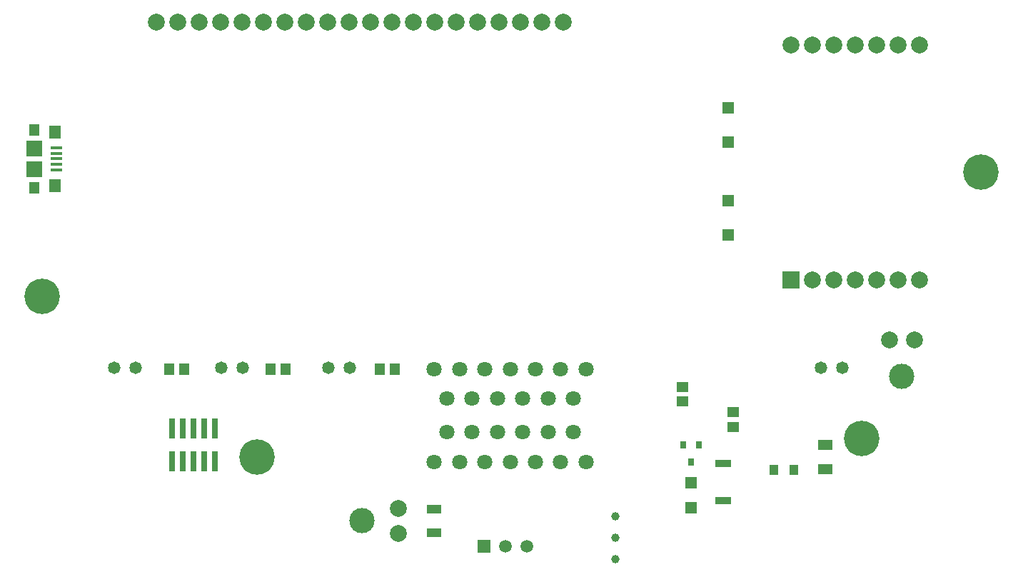
<source format=gbr>
%TF.GenerationSoftware,Altium Limited,Altium Designer,18.1.7 (191)*%
G04 Layer_Color=255*
%FSLAX26Y26*%
%MOIN*%
%TF.FileFunction,Pads,Top*%
%TF.Part,Single*%
G01*
G75*
%TA.AperFunction,ConnectorPad*%
%ADD10R,0.053150X0.015748*%
%ADD11R,0.055118X0.062992*%
%ADD12R,0.051181X0.057087*%
%TA.AperFunction,SMDPad,CuDef*%
%ADD13R,0.074803X0.074803*%
%ADD14R,0.070866X0.051181*%
%ADD15R,0.053150X0.045276*%
%ADD16R,0.043307X0.051181*%
%ADD17R,0.057087X0.053150*%
%ADD18R,0.029921X0.094488*%
%ADD19R,0.045276X0.053150*%
%ADD20R,0.074803X0.035433*%
%ADD21R,0.031496X0.035433*%
%ADD22R,0.070866X0.039370*%
%TA.AperFunction,ComponentPad*%
%ADD29R,0.055118X0.055118*%
%ADD30C,0.078740*%
%ADD31C,0.070866*%
%ADD32C,0.058268*%
%TA.AperFunction,ViaPad*%
%ADD33C,0.165354*%
%TA.AperFunction,ComponentPad*%
%ADD34C,0.118110*%
%ADD35R,0.078740X0.078740*%
%ADD36C,0.039370*%
%ADD37R,0.059055X0.059055*%
%ADD38C,0.059055*%
D10*
X226378Y1622716D02*
D03*
Y1597126D02*
D03*
Y1571535D02*
D03*
Y1545945D02*
D03*
Y1520354D02*
D03*
D11*
X217520Y1697520D02*
D03*
Y1445551D02*
D03*
D12*
X121063Y1706378D02*
D03*
Y1436693D02*
D03*
D13*
Y1618780D02*
D03*
Y1524291D02*
D03*
D14*
X3813976Y121063D02*
D03*
Y235236D02*
D03*
D15*
X3385827Y388779D02*
D03*
Y319882D02*
D03*
X3149606Y506890D02*
D03*
Y437992D02*
D03*
D16*
X3576772Y118110D02*
D03*
X3667323D02*
D03*
D17*
X3188976Y58071D02*
D03*
Y-58071D02*
D03*
D18*
X966142Y312992D02*
D03*
Y159449D02*
D03*
X916142Y312992D02*
D03*
Y159449D02*
D03*
X866142Y312992D02*
D03*
Y159449D02*
D03*
X816142Y312992D02*
D03*
Y159449D02*
D03*
X766142Y312992D02*
D03*
Y159449D02*
D03*
D19*
X752953Y590551D02*
D03*
X821850D02*
D03*
X1806102D02*
D03*
X1737205D02*
D03*
X1294291D02*
D03*
X1225394D02*
D03*
D20*
X3338583Y148622D02*
D03*
Y-22638D02*
D03*
D21*
X3188976Y157480D02*
D03*
X3151575Y236220D02*
D03*
X3226378D02*
D03*
D22*
X1988189Y-173228D02*
D03*
Y-62992D02*
D03*
D29*
X3361614Y1650394D02*
D03*
Y1374803D02*
D03*
Y1217323D02*
D03*
Y1807874D02*
D03*
D30*
X2592323Y2209449D02*
D03*
X2492323D02*
D03*
X2392323D02*
D03*
X2292323D02*
D03*
X2192323D02*
D03*
X2092323D02*
D03*
X1992323D02*
D03*
X1892323D02*
D03*
X1792323D02*
D03*
X1692323D02*
D03*
X1592323D02*
D03*
X1492323D02*
D03*
X1392323D02*
D03*
X1292323D02*
D03*
X1192323D02*
D03*
X1092323D02*
D03*
X992323D02*
D03*
X892323D02*
D03*
X792323D02*
D03*
X692323D02*
D03*
X4232283Y725197D02*
D03*
X4114173D02*
D03*
X1823622Y-177165D02*
D03*
Y-59055D02*
D03*
X3754449Y1005512D02*
D03*
X3854449D02*
D03*
X3954449D02*
D03*
X4054449D02*
D03*
X4154449D02*
D03*
X4254449D02*
D03*
Y2103937D02*
D03*
X4154449D02*
D03*
X4054449D02*
D03*
X3954449D02*
D03*
X3854449D02*
D03*
X3754449D02*
D03*
X3654449D02*
D03*
D31*
X1989921Y156890D02*
D03*
X2108032D02*
D03*
X2226142D02*
D03*
X2344252D02*
D03*
X2462362D02*
D03*
X2580472D02*
D03*
X2698583D02*
D03*
X2048976Y294685D02*
D03*
X2167087D02*
D03*
X2285197D02*
D03*
X2403307D02*
D03*
X2521417D02*
D03*
X2639528D02*
D03*
X2048976Y452165D02*
D03*
X2167087D02*
D03*
X2285197D02*
D03*
X2403307D02*
D03*
X2521417D02*
D03*
X2639528D02*
D03*
X1989921Y589961D02*
D03*
X2108032D02*
D03*
X2226142D02*
D03*
X2344252D02*
D03*
X2462362D02*
D03*
X2580472D02*
D03*
X2698583D02*
D03*
D32*
X3795984Y597362D02*
D03*
X3895984D02*
D03*
X1595984D02*
D03*
X1495984D02*
D03*
X1095984D02*
D03*
X995984D02*
D03*
X595984D02*
D03*
X495984D02*
D03*
D33*
X4543307Y1507874D02*
D03*
X1161614Y178150D02*
D03*
X158661Y928228D02*
D03*
X3987008Y266142D02*
D03*
D34*
X4173228Y555118D02*
D03*
X1653543Y-118110D02*
D03*
D35*
X3654449Y1005512D02*
D03*
D36*
X2834646Y-196850D02*
D03*
Y-96850D02*
D03*
Y-296850D02*
D03*
D37*
X2222835Y-236220D02*
D03*
D38*
X2322835D02*
D03*
X2422835D02*
D03*
%TF.MD5,d1e30d89c164407782e58fd08752a6af*%
M02*

</source>
